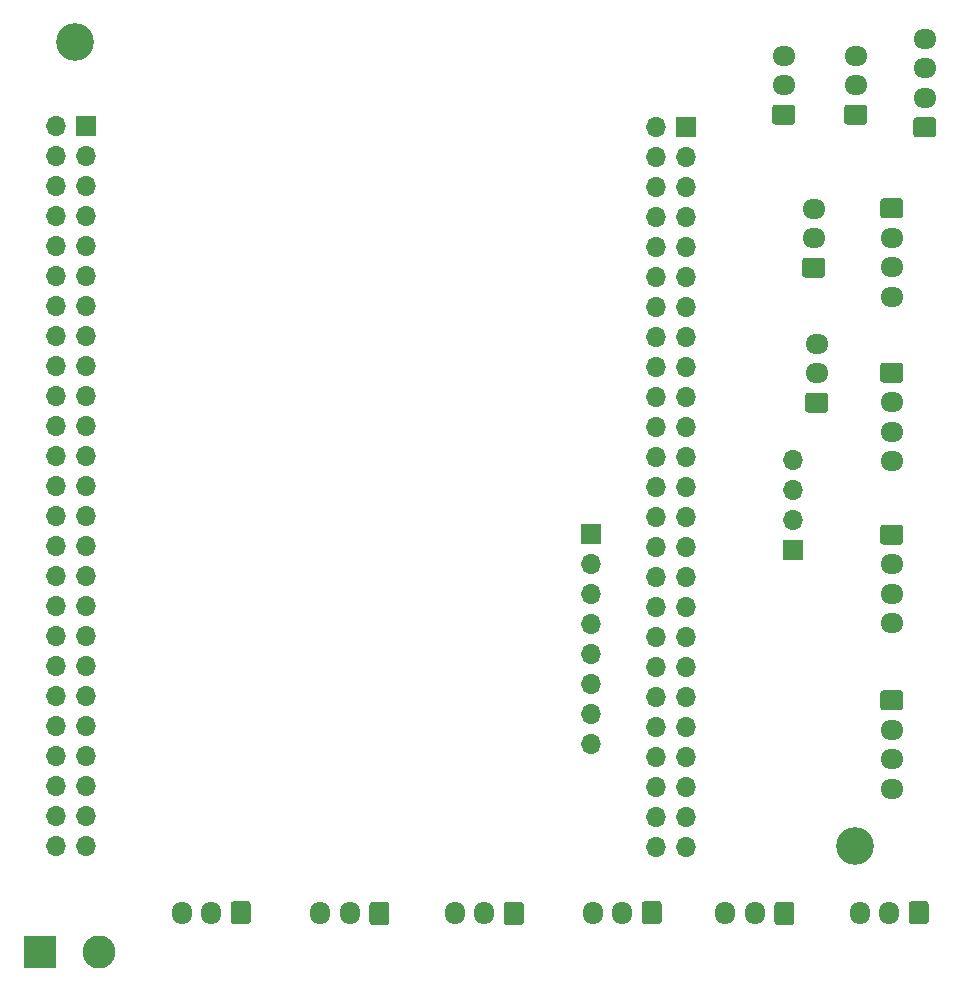
<source format=gbr>
%TF.GenerationSoftware,KiCad,Pcbnew,(5.1.10)-1*%
%TF.CreationDate,2022-05-17T22:08:58+03:00*%
%TF.ProjectId,SAUK-Y v1 STM32F4 Disc,5341554b-2d59-4207-9631-2053544d3332,rev?*%
%TF.SameCoordinates,Original*%
%TF.FileFunction,Soldermask,Top*%
%TF.FilePolarity,Negative*%
%FSLAX46Y46*%
G04 Gerber Fmt 4.6, Leading zero omitted, Abs format (unit mm)*
G04 Created by KiCad (PCBNEW (5.1.10)-1) date 2022-05-17 22:08:58*
%MOMM*%
%LPD*%
G01*
G04 APERTURE LIST*
%ADD10C,2.800000*%
%ADD11R,2.800000X2.800000*%
%ADD12C,3.200000*%
%ADD13O,1.700000X1.700000*%
%ADD14R,1.700000X1.700000*%
%ADD15O,1.950000X1.700000*%
%ADD16O,1.700000X1.950000*%
G04 APERTURE END LIST*
D10*
%TO.C,J7*%
X180000000Y-142000000D03*
D11*
X175000000Y-142000000D03*
%TD*%
D12*
%TO.C,REF\u002A\u002A*%
X244000000Y-133000000D03*
%TD*%
%TO.C,REF\u002A\u002A*%
X178000000Y-65000000D03*
%TD*%
D13*
%TO.C,J23*%
X227184000Y-133146000D03*
X229724000Y-133146000D03*
X227184000Y-130606000D03*
X229724000Y-130606000D03*
X227184000Y-128066000D03*
X229724000Y-128066000D03*
X227184000Y-125526000D03*
X229724000Y-125526000D03*
X227184000Y-122986000D03*
X229724000Y-122986000D03*
X227184000Y-120446000D03*
X229724000Y-120446000D03*
X227184000Y-117906000D03*
X229724000Y-117906000D03*
X227184000Y-115366000D03*
X229724000Y-115366000D03*
X227184000Y-112826000D03*
X229724000Y-112826000D03*
X227184000Y-110286000D03*
X229724000Y-110286000D03*
X227184000Y-107746000D03*
X229724000Y-107746000D03*
X227184000Y-105206000D03*
X229724000Y-105206000D03*
X227184000Y-102666000D03*
X229724000Y-102666000D03*
X227184000Y-100126000D03*
X229724000Y-100126000D03*
X227184000Y-97586000D03*
X229724000Y-97586000D03*
X227184000Y-95046000D03*
X229724000Y-95046000D03*
X227184000Y-92506000D03*
X229724000Y-92506000D03*
X227184000Y-89966000D03*
X229724000Y-89966000D03*
X227184000Y-87426000D03*
X229724000Y-87426000D03*
X227184000Y-84886000D03*
X229724000Y-84886000D03*
X227184000Y-82346000D03*
X229724000Y-82346000D03*
X227184000Y-79806000D03*
X229724000Y-79806000D03*
X227184000Y-77266000D03*
X229724000Y-77266000D03*
X227184000Y-74726000D03*
X229724000Y-74726000D03*
X227184000Y-72186000D03*
D14*
X229724000Y-72186000D03*
%TD*%
D13*
%TO.C,J22*%
X176424000Y-133066000D03*
X178964000Y-133066000D03*
X176424000Y-130526000D03*
X178964000Y-130526000D03*
X176424000Y-127986000D03*
X178964000Y-127986000D03*
X176424000Y-125446000D03*
X178964000Y-125446000D03*
X176424000Y-122906000D03*
X178964000Y-122906000D03*
X176424000Y-120366000D03*
X178964000Y-120366000D03*
X176424000Y-117826000D03*
X178964000Y-117826000D03*
X176424000Y-115286000D03*
X178964000Y-115286000D03*
X176424000Y-112746000D03*
X178964000Y-112746000D03*
X176424000Y-110206000D03*
X178964000Y-110206000D03*
X176424000Y-107666000D03*
X178964000Y-107666000D03*
X176424000Y-105126000D03*
X178964000Y-105126000D03*
X176424000Y-102586000D03*
X178964000Y-102586000D03*
X176424000Y-100046000D03*
X178964000Y-100046000D03*
X176424000Y-97506000D03*
X178964000Y-97506000D03*
X176424000Y-94966000D03*
X178964000Y-94966000D03*
X176424000Y-92426000D03*
X178964000Y-92426000D03*
X176424000Y-89886000D03*
X178964000Y-89886000D03*
X176424000Y-87346000D03*
X178964000Y-87346000D03*
X176424000Y-84806000D03*
X178964000Y-84806000D03*
X176424000Y-82266000D03*
X178964000Y-82266000D03*
X176424000Y-79726000D03*
X178964000Y-79726000D03*
X176424000Y-77186000D03*
X178964000Y-77186000D03*
X176424000Y-74646000D03*
X178964000Y-74646000D03*
X176424000Y-72106000D03*
D14*
X178964000Y-72106000D03*
%TD*%
D15*
%TO.C,J18*%
X247142000Y-128214000D03*
X247142000Y-125714000D03*
X247142000Y-123214000D03*
G36*
G01*
X246417000Y-119864000D02*
X247867000Y-119864000D01*
G75*
G02*
X248117000Y-120114000I0J-250000D01*
G01*
X248117000Y-121314000D01*
G75*
G02*
X247867000Y-121564000I-250000J0D01*
G01*
X246417000Y-121564000D01*
G75*
G02*
X246167000Y-121314000I0J250000D01*
G01*
X246167000Y-120114000D01*
G75*
G02*
X246417000Y-119864000I250000J0D01*
G01*
G37*
%TD*%
%TO.C,J17*%
X247142000Y-100464000D03*
X247142000Y-97964000D03*
X247142000Y-95464000D03*
G36*
G01*
X246417000Y-92114000D02*
X247867000Y-92114000D01*
G75*
G02*
X248117000Y-92364000I0J-250000D01*
G01*
X248117000Y-93564000D01*
G75*
G02*
X247867000Y-93814000I-250000J0D01*
G01*
X246417000Y-93814000D01*
G75*
G02*
X246167000Y-93564000I0J250000D01*
G01*
X246167000Y-92364000D01*
G75*
G02*
X246417000Y-92114000I250000J0D01*
G01*
G37*
%TD*%
D16*
%TO.C,L_B1*%
X187024000Y-138684000D03*
X189524000Y-138684000D03*
G36*
G01*
X192874000Y-137959000D02*
X192874000Y-139409000D01*
G75*
G02*
X192624000Y-139659000I-250000J0D01*
G01*
X191424000Y-139659000D01*
G75*
G02*
X191174000Y-139409000I0J250000D01*
G01*
X191174000Y-137959000D01*
G75*
G02*
X191424000Y-137709000I250000J0D01*
G01*
X192624000Y-137709000D01*
G75*
G02*
X192874000Y-137959000I0J-250000D01*
G01*
G37*
%TD*%
%TO.C,L_V1*%
X198766000Y-138754000D03*
X201266000Y-138754000D03*
G36*
G01*
X204616000Y-138029000D02*
X204616000Y-139479000D01*
G75*
G02*
X204366000Y-139729000I-250000J0D01*
G01*
X203166000Y-139729000D01*
G75*
G02*
X202916000Y-139479000I0J250000D01*
G01*
X202916000Y-138029000D01*
G75*
G02*
X203166000Y-137779000I250000J0D01*
G01*
X204366000Y-137779000D01*
G75*
G02*
X204616000Y-138029000I0J-250000D01*
G01*
G37*
%TD*%
D15*
%TO.C,J6*%
X247142000Y-114180000D03*
X247142000Y-111680000D03*
X247142000Y-109180000D03*
G36*
G01*
X246417000Y-105830000D02*
X247867000Y-105830000D01*
G75*
G02*
X248117000Y-106080000I0J-250000D01*
G01*
X248117000Y-107280000D01*
G75*
G02*
X247867000Y-107530000I-250000J0D01*
G01*
X246417000Y-107530000D01*
G75*
G02*
X246167000Y-107280000I0J250000D01*
G01*
X246167000Y-106080000D01*
G75*
G02*
X246417000Y-105830000I250000J0D01*
G01*
G37*
%TD*%
%TO.C,J5*%
X247142000Y-86558000D03*
X247142000Y-84058000D03*
X247142000Y-81558000D03*
G36*
G01*
X246417000Y-78208000D02*
X247867000Y-78208000D01*
G75*
G02*
X248117000Y-78458000I0J-250000D01*
G01*
X248117000Y-79658000D01*
G75*
G02*
X247867000Y-79908000I-250000J0D01*
G01*
X246417000Y-79908000D01*
G75*
G02*
X246167000Y-79658000I0J250000D01*
G01*
X246167000Y-78458000D01*
G75*
G02*
X246417000Y-78208000I250000J0D01*
G01*
G37*
%TD*%
D16*
%TO.C,L_F1*%
X210138000Y-138754000D03*
X212638000Y-138754000D03*
G36*
G01*
X215988000Y-138029000D02*
X215988000Y-139479000D01*
G75*
G02*
X215738000Y-139729000I-250000J0D01*
G01*
X214538000Y-139729000D01*
G75*
G02*
X214288000Y-139479000I0J250000D01*
G01*
X214288000Y-138029000D01*
G75*
G02*
X214538000Y-137779000I250000J0D01*
G01*
X215738000Y-137779000D01*
G75*
G02*
X215988000Y-138029000I0J-250000D01*
G01*
G37*
%TD*%
%TO.C,R_F1*%
X221822000Y-138684000D03*
X224322000Y-138684000D03*
G36*
G01*
X227672000Y-137959000D02*
X227672000Y-139409000D01*
G75*
G02*
X227422000Y-139659000I-250000J0D01*
G01*
X226222000Y-139659000D01*
G75*
G02*
X225972000Y-139409000I0J250000D01*
G01*
X225972000Y-137959000D01*
G75*
G02*
X226222000Y-137709000I250000J0D01*
G01*
X227422000Y-137709000D01*
G75*
G02*
X227672000Y-137959000I0J-250000D01*
G01*
G37*
%TD*%
%TO.C,R_V1*%
X233056000Y-138754000D03*
X235556000Y-138754000D03*
G36*
G01*
X238906000Y-138029000D02*
X238906000Y-139479000D01*
G75*
G02*
X238656000Y-139729000I-250000J0D01*
G01*
X237456000Y-139729000D01*
G75*
G02*
X237206000Y-139479000I0J250000D01*
G01*
X237206000Y-138029000D01*
G75*
G02*
X237456000Y-137779000I250000J0D01*
G01*
X238656000Y-137779000D01*
G75*
G02*
X238906000Y-138029000I0J-250000D01*
G01*
G37*
%TD*%
%TO.C,R_B1*%
X244428000Y-138684000D03*
X246928000Y-138684000D03*
G36*
G01*
X250278000Y-137959000D02*
X250278000Y-139409000D01*
G75*
G02*
X250028000Y-139659000I-250000J0D01*
G01*
X248828000Y-139659000D01*
G75*
G02*
X248578000Y-139409000I0J250000D01*
G01*
X248578000Y-137959000D01*
G75*
G02*
X248828000Y-137709000I250000J0D01*
G01*
X250028000Y-137709000D01*
G75*
G02*
X250278000Y-137959000I0J-250000D01*
G01*
G37*
%TD*%
%TO.C,J8*%
G36*
G01*
X250661000Y-73050000D02*
X249211000Y-73050000D01*
G75*
G02*
X248961000Y-72800000I0J250000D01*
G01*
X248961000Y-71600000D01*
G75*
G02*
X249211000Y-71350000I250000J0D01*
G01*
X250661000Y-71350000D01*
G75*
G02*
X250911000Y-71600000I0J-250000D01*
G01*
X250911000Y-72800000D01*
G75*
G02*
X250661000Y-73050000I-250000J0D01*
G01*
G37*
D15*
X249936000Y-69700000D03*
X249936000Y-67200000D03*
X249936000Y-64700000D03*
%TD*%
%TO.C,J11*%
G36*
G01*
X241517000Y-96354000D02*
X240067000Y-96354000D01*
G75*
G02*
X239817000Y-96104000I0J250000D01*
G01*
X239817000Y-94904000D01*
G75*
G02*
X240067000Y-94654000I250000J0D01*
G01*
X241517000Y-94654000D01*
G75*
G02*
X241767000Y-94904000I0J-250000D01*
G01*
X241767000Y-96104000D01*
G75*
G02*
X241517000Y-96354000I-250000J0D01*
G01*
G37*
X240792000Y-93004000D03*
X240792000Y-90504000D03*
%TD*%
%TO.C,OP_MOT_1*%
X237998000Y-66120000D03*
X237998000Y-68620000D03*
G36*
G01*
X238723000Y-71970000D02*
X237273000Y-71970000D01*
G75*
G02*
X237023000Y-71720000I0J250000D01*
G01*
X237023000Y-70520000D01*
G75*
G02*
X237273000Y-70270000I250000J0D01*
G01*
X238723000Y-70270000D01*
G75*
G02*
X238973000Y-70520000I0J-250000D01*
G01*
X238973000Y-71720000D01*
G75*
G02*
X238723000Y-71970000I-250000J0D01*
G01*
G37*
%TD*%
%TO.C,OP_MOT_2*%
G36*
G01*
X244819000Y-71970000D02*
X243369000Y-71970000D01*
G75*
G02*
X243119000Y-71720000I0J250000D01*
G01*
X243119000Y-70520000D01*
G75*
G02*
X243369000Y-70270000I250000J0D01*
G01*
X244819000Y-70270000D01*
G75*
G02*
X245069000Y-70520000I0J-250000D01*
G01*
X245069000Y-71720000D01*
G75*
G02*
X244819000Y-71970000I-250000J0D01*
G01*
G37*
X244094000Y-68620000D03*
X244094000Y-66120000D03*
%TD*%
%TO.C,J21*%
X240538000Y-79074000D03*
X240538000Y-81574000D03*
G36*
G01*
X241263000Y-84924000D02*
X239813000Y-84924000D01*
G75*
G02*
X239563000Y-84674000I0J250000D01*
G01*
X239563000Y-83474000D01*
G75*
G02*
X239813000Y-83224000I250000J0D01*
G01*
X241263000Y-83224000D01*
G75*
G02*
X241513000Y-83474000I0J-250000D01*
G01*
X241513000Y-84674000D01*
G75*
G02*
X241263000Y-84924000I-250000J0D01*
G01*
G37*
%TD*%
D14*
%TO.C,TTL1*%
X238760000Y-107950000D03*
D13*
X238760000Y-105410000D03*
X238760000Y-102870000D03*
X238760000Y-100330000D03*
%TD*%
D14*
%TO.C,MPU1*%
X221700000Y-106600000D03*
D13*
X221700000Y-109140000D03*
X221700000Y-111680000D03*
X221700000Y-114220000D03*
X221700000Y-116760000D03*
X221700000Y-119300000D03*
X221700000Y-121840000D03*
X221700000Y-124380000D03*
%TD*%
M02*

</source>
